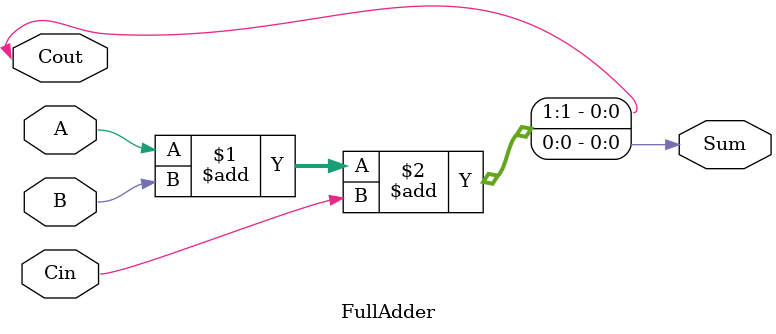
<source format=v>
module Adder(A, B, Sum);

input [31:0] A, B;
output [31:0] Sum;
wire [32:0] temp;

genvar i;			//Used for loop

generate			//Used to allow multiple module instatiations into one module
assign temp[0] = 0;
	for(i=0;i<32;i=i+1) begin
	:ADD

	FullAdder FA ( .A(A[i]), .B(B[i]), .Cin(temp[i]), .Cout(temp[i+1]), .Sum(Sum[i]) );

	//assign Sum = ((A ^ B) ^ Cin);
	end
	endgenerate
endmodule

module FullAdder (A, B, Cin, Cout, Sum);
input A, B, Cin, Cout;
output Sum;

	assign {Cout, Sum} = A + B + Cin;

endmodule

</source>
